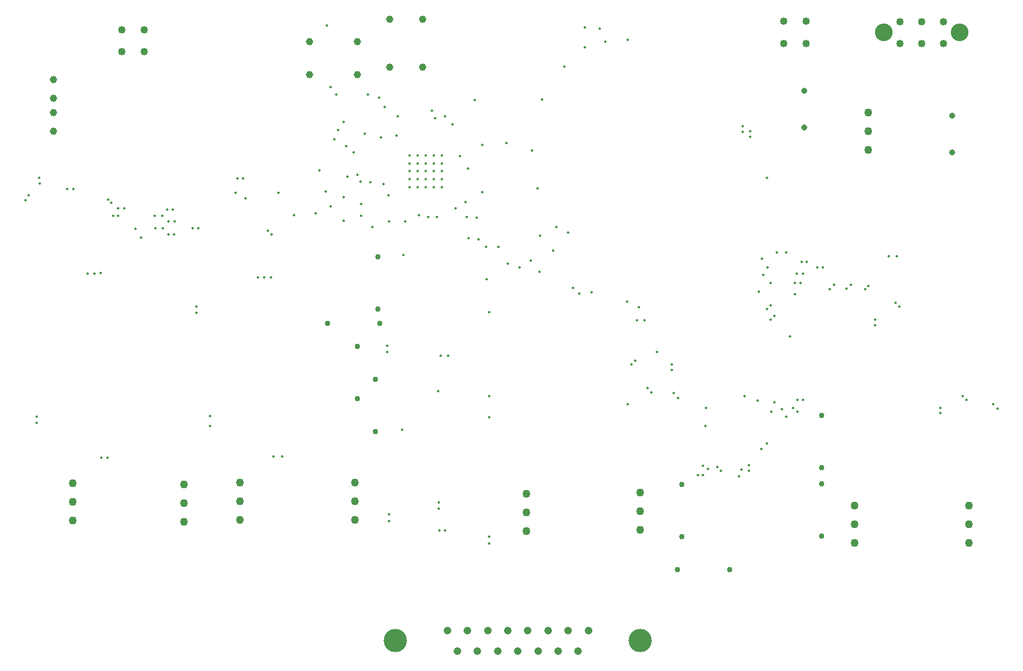
<source format=gbr>
%TF.GenerationSoftware,Altium Limited,Altium Designer,25.3.3 (18)*%
G04 Layer_Color=0*
%FSLAX45Y45*%
%MOMM*%
%TF.SameCoordinates,7852E7E1-4E30-4CDD-8EF1-640B4E54786C*%
%TF.FilePolarity,Positive*%
%TF.FileFunction,Plated,1,4,PTH,Drill*%
%TF.Part,Single*%
G01*
G75*
%TA.AperFunction,ComponentDrill*%
%ADD151C,1.02000*%
%ADD152C,2.41000*%
%ADD153C,0.75000*%
%ADD154C,3.17500*%
%ADD155C,1.04140*%
%ADD156C,1.00000*%
%ADD157C,1.10000*%
%ADD158C,0.99000*%
%ADD159C,0.99000*%
%ADD160C,0.75000*%
%ADD161C,1.10000*%
%ADD162C,0.80000*%
%TA.AperFunction,ViaDrill,NotFilled*%
%ADD163C,0.35000*%
D151*
X14368500Y10688600D02*
D03*
X14668500D02*
D03*
X14368500Y10388600D02*
D03*
X14668500D02*
D03*
X5351500Y10574300D02*
D03*
X5651500D02*
D03*
X5351500Y10274300D02*
D03*
X5651500D02*
D03*
X15944955Y10686100D02*
D03*
X16244955D02*
D03*
X16544955D02*
D03*
X15944955Y10386100D02*
D03*
X16244955D02*
D03*
X16544955D02*
D03*
D152*
X16759955Y10536100D02*
D03*
X15729955D02*
D03*
D153*
X8864000Y6578600D02*
D03*
X8154000D02*
D03*
X13626500Y3225800D02*
D03*
X12916499D02*
D03*
D154*
X9077960Y2255520D02*
D03*
X12410440D02*
D03*
D155*
X9784080Y2397760D02*
D03*
X10058400D02*
D03*
X10332720D02*
D03*
X10607039D02*
D03*
X10881359D02*
D03*
X11155679D02*
D03*
X11429999D02*
D03*
X11704319D02*
D03*
X9921241Y2113280D02*
D03*
X10195561D02*
D03*
X10469881D02*
D03*
X10744200D02*
D03*
X11018520D02*
D03*
X11292840D02*
D03*
X11567160D02*
D03*
D156*
X4419600Y9194800D02*
D03*
Y9444800D02*
D03*
Y9644800D02*
D03*
Y9894800D02*
D03*
D157*
X4683658Y3895042D02*
D03*
Y4149042D02*
D03*
Y4403042D02*
D03*
X15333891Y3584348D02*
D03*
Y3838348D02*
D03*
Y4092348D02*
D03*
X16890509Y3584348D02*
D03*
X12410594Y3767094D02*
D03*
X8520670Y3900916D02*
D03*
X6197255Y3873500D02*
D03*
X6959600Y3898900D02*
D03*
Y4152900D02*
D03*
Y4406900D02*
D03*
X8520670Y4408916D02*
D03*
Y4154916D02*
D03*
X10858500Y4254500D02*
D03*
Y4000500D02*
D03*
Y3746500D02*
D03*
X12410594Y4021094D02*
D03*
Y4275094D02*
D03*
X16890509Y3838348D02*
D03*
Y4092348D02*
D03*
X6197255Y4127500D02*
D03*
Y4381500D02*
D03*
D158*
X8995200Y10063600D02*
D03*
X9445200D02*
D03*
Y10713600D02*
D03*
X8995200D02*
D03*
D159*
X8554600Y9960400D02*
D03*
Y10410400D02*
D03*
X7904600D02*
D03*
Y9960400D02*
D03*
D160*
X12979401Y4380900D02*
D03*
Y3670900D02*
D03*
X8839200Y7480300D02*
D03*
Y6770300D02*
D03*
X8801100Y5106000D02*
D03*
Y5816000D02*
D03*
X8559800Y6260500D02*
D03*
Y5550500D02*
D03*
X14884399Y5321300D02*
D03*
Y4611300D02*
D03*
Y3683600D02*
D03*
Y4393600D02*
D03*
D161*
X15519400Y8940800D02*
D03*
Y9194800D02*
D03*
Y9448800D02*
D03*
D162*
X16662399Y8906700D02*
D03*
Y9406700D02*
D03*
X14643100Y9745600D02*
D03*
Y9245600D02*
D03*
D163*
X4076700Y8318500D02*
D03*
X11861800Y10591800D02*
D03*
X11658600Y10604500D02*
D03*
X4603750Y8407400D02*
D03*
X12242800Y10439400D02*
D03*
X11226800Y7569200D02*
D03*
X10185400Y8013700D02*
D03*
X9956463Y8851840D02*
D03*
X10060409Y8688580D02*
D03*
X14198599Y5372100D02*
D03*
X14401801Y5308600D02*
D03*
X6553200Y5181600D02*
D03*
X10160000Y9613900D02*
D03*
X5613400Y7747000D02*
D03*
X10255634Y8363922D02*
D03*
X10033000Y8229600D02*
D03*
X11049000Y7772400D02*
D03*
X9639300Y8026400D02*
D03*
X9525000D02*
D03*
X8597900Y8509000D02*
D03*
X8737600Y8496300D02*
D03*
X8915400Y8470900D02*
D03*
X13754100Y4495800D02*
D03*
X13792200Y4584700D02*
D03*
X14135100Y8559800D02*
D03*
X8140700Y10629900D02*
D03*
X11379200Y10071100D02*
D03*
X10934700Y8928100D02*
D03*
X9893300Y8140700D02*
D03*
X8978900Y8318500D02*
D03*
X9398000Y8051800D02*
D03*
X9207500Y7964400D02*
D03*
X8991600Y7962900D02*
D03*
X8559800Y8597900D02*
D03*
X8509000Y8902700D02*
D03*
X8877300Y9105900D02*
D03*
X11012707Y8412235D02*
D03*
X10922800Y7429500D02*
D03*
X8191500Y9791700D02*
D03*
X8267700Y9690100D02*
D03*
X8242300Y9080500D02*
D03*
X8293100Y9207500D02*
D03*
X8369300Y9321800D02*
D03*
X9106185Y9397486D02*
D03*
X8928100Y9525000D02*
D03*
X8851900Y9652000D02*
D03*
X8699500Y9690100D02*
D03*
X8661400Y9156700D02*
D03*
X10591800Y9029700D02*
D03*
X10261600Y9004300D02*
D03*
X10210800Y7721600D02*
D03*
X10045700Y8026400D02*
D03*
X10071100Y7734300D02*
D03*
X10312400Y7620000D02*
D03*
X10477500D02*
D03*
X10316517Y7179617D02*
D03*
X8610600Y8204200D02*
D03*
X8420100Y8572500D02*
D03*
X8763000Y7888300D02*
D03*
X8610600Y8039100D02*
D03*
X8369300Y8293100D02*
D03*
Y7975600D02*
D03*
X8407400Y8991600D02*
D03*
X8191500Y8166100D02*
D03*
X8128000Y8369300D02*
D03*
X7988300Y8077200D02*
D03*
X7696200Y8051800D02*
D03*
X8039100Y8661400D02*
D03*
X9265700Y8866600D02*
D03*
X9375700D02*
D03*
X9485700D02*
D03*
X9595700D02*
D03*
X9705700D02*
D03*
X9265700Y8756600D02*
D03*
X9375700D02*
D03*
X9485700D02*
D03*
X9595700D02*
D03*
X9705700D02*
D03*
X9265700Y8646600D02*
D03*
X9375700D02*
D03*
X9485700D02*
D03*
X9595700D02*
D03*
X9705700D02*
D03*
X9265700Y8536600D02*
D03*
X9375700D02*
D03*
X9485700D02*
D03*
X9595700D02*
D03*
X9705700D02*
D03*
X9265700Y8426600D02*
D03*
X9375700D02*
D03*
X9485700D02*
D03*
X9595700D02*
D03*
X9705700D02*
D03*
X9093200Y9131300D02*
D03*
X14592300Y7124700D02*
D03*
X14516100D02*
D03*
X14185899D02*
D03*
X15887700Y6858000D02*
D03*
X15940045Y6805655D02*
D03*
X12230100Y6870700D02*
D03*
X14452600Y6400800D02*
D03*
X14554201Y5372100D02*
D03*
X14490700Y5422900D02*
D03*
X12839700Y5943600D02*
D03*
Y6019800D02*
D03*
X13268764Y4635791D02*
D03*
X13335001Y4597400D02*
D03*
X11747500Y6997700D02*
D03*
X5537200Y7861300D02*
D03*
X6057900Y7785100D02*
D03*
X5981700D02*
D03*
X9613900Y9372600D02*
D03*
X9855200Y9289136D02*
D03*
X9753600Y9398000D02*
D03*
X10769600Y7340600D02*
D03*
X9182100Y7505700D02*
D03*
X11074400Y9626600D02*
D03*
X11938992Y10414000D02*
D03*
X9575800Y9474200D02*
D03*
X11658600Y10337800D02*
D03*
X14681200Y7416800D02*
D03*
X14401801Y7543800D02*
D03*
X14274800D02*
D03*
X14516100Y6974316D02*
D03*
X11493500Y7061200D02*
D03*
X11582400Y6985000D02*
D03*
X10350500Y6731000D02*
D03*
X14008099Y5524500D02*
D03*
X12636500Y6184900D02*
D03*
X13830299Y5588000D02*
D03*
X14058900Y4864100D02*
D03*
X14135100Y4940300D02*
D03*
X10604500Y7391400D02*
D03*
X11036300Y7277100D02*
D03*
X12395200Y6794500D02*
D03*
X13804900Y9182100D02*
D03*
Y9258300D02*
D03*
X14030217Y7010400D02*
D03*
X14084300Y7239000D02*
D03*
X14147800Y7340600D02*
D03*
X14071600Y7454900D02*
D03*
X12471400Y6616700D02*
D03*
X12369800D02*
D03*
X11430000Y7810500D02*
D03*
X11264900Y7886700D02*
D03*
X12928600Y5562600D02*
D03*
X7480300Y8356600D02*
D03*
X7035800Y8280400D02*
D03*
X6896100Y8356600D02*
D03*
X7378599Y7204172D02*
D03*
X7289800Y7200900D02*
D03*
X7200900D02*
D03*
X13906500Y9112250D02*
D03*
Y9194800D02*
D03*
X14185899Y6819900D02*
D03*
X14897099Y7340600D02*
D03*
X14820900D02*
D03*
X14608043Y7416800D02*
D03*
X14630400Y7251700D02*
D03*
X14547388D02*
D03*
X9169400Y5130800D02*
D03*
X13296899Y5181600D02*
D03*
X15223276Y7046432D02*
D03*
X15278101Y7099300D02*
D03*
X15608299Y6623050D02*
D03*
Y6553200D02*
D03*
X15474734Y7041934D02*
D03*
X15519400Y7086600D02*
D03*
X14992123Y7041924D02*
D03*
X15049500Y7099300D02*
D03*
X14236700Y6680200D02*
D03*
X14185899Y6629400D02*
D03*
X14135100Y6769100D02*
D03*
X14630400Y5537200D02*
D03*
X10350500Y5588000D02*
D03*
X6311900Y7874000D02*
D03*
X6388100D02*
D03*
X7389900Y7786600D02*
D03*
X7340600Y7835900D02*
D03*
X5800929Y8039100D02*
D03*
X5969000Y8128000D02*
D03*
X5899559Y8039100D02*
D03*
X6045200Y8128000D02*
D03*
X6070600Y7962900D02*
D03*
X5981700D02*
D03*
X5803900Y7874000D02*
D03*
X5905500D02*
D03*
X5295900Y8140700D02*
D03*
X5384800D02*
D03*
X15798801Y7493000D02*
D03*
X15903085D02*
D03*
X6921500Y8547100D02*
D03*
X6997700D02*
D03*
X12344400Y6070600D02*
D03*
X12293600Y6019800D02*
D03*
X5232400Y8039100D02*
D03*
X5295900D02*
D03*
X5207000Y8216900D02*
D03*
X5162550Y8261350D02*
D03*
X4686300Y8407400D02*
D03*
X4229100Y8483600D02*
D03*
X4226615Y8560916D02*
D03*
X4038600Y8255000D02*
D03*
X13265150Y4508500D02*
D03*
X13195300D02*
D03*
X13893800Y4572000D02*
D03*
Y4648200D02*
D03*
X13512801Y4572000D02*
D03*
X13462000Y4622800D02*
D03*
X13309599Y5422900D02*
D03*
X14554201Y5537200D02*
D03*
X14338300Y5410200D02*
D03*
X14236700Y5503088D02*
D03*
X17220450Y5474450D02*
D03*
X17277600Y5417300D02*
D03*
X16807700Y5582402D02*
D03*
X16858501Y5531600D02*
D03*
X16502901Y5353800D02*
D03*
Y5423650D02*
D03*
X12242800Y5473700D02*
D03*
X6362700Y6807200D02*
D03*
Y6718300D02*
D03*
X9664700Y4140200D02*
D03*
Y4051300D02*
D03*
X8991600Y3975100D02*
D03*
Y3886200D02*
D03*
X9677400Y3759200D02*
D03*
X9753600D02*
D03*
X9658350Y5651500D02*
D03*
X10350500Y5295900D02*
D03*
Y3580099D02*
D03*
Y3670300D02*
D03*
X9690100Y6134100D02*
D03*
X9791700D02*
D03*
X8966200Y6184900D02*
D03*
Y6273800D02*
D03*
X12865100Y5626100D02*
D03*
X12560300Y5638800D02*
D03*
X12509948Y5696552D02*
D03*
X5061599Y7259533D02*
D03*
X4972800Y7256262D02*
D03*
X4883900D02*
D03*
X7531100Y4762500D02*
D03*
X7416800D02*
D03*
X6552556Y5313576D02*
D03*
X4191000Y5308600D02*
D03*
X5067300Y4749800D02*
D03*
X5156200D02*
D03*
X4191000Y5219700D02*
D03*
%TF.MD5,c969383196908feb0d41522033bf8562*%
M02*

</source>
